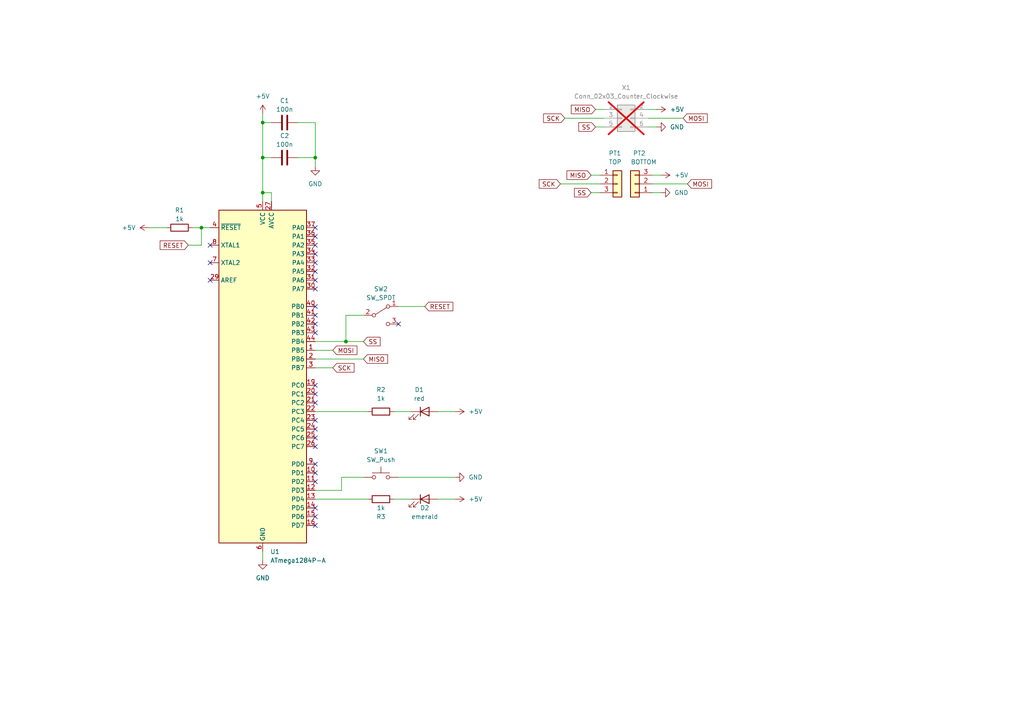
<source format=kicad_sch>
(kicad_sch (version 20230121) (generator eeschema)
  (paper "A4")
  (title_block (title "ISPnub-Stick") (rev "1.0 (ISPnub 1.1)"))
  (lib_symbols
    (symbol "Connector_Generic:Conn_01x03" (pin_names (offset 1.016) hide)
      (property "Reference" "J" (at 0 5.08 0))
      (property "Value" "Conn_01x03" (at 0 -5.08 0))
      (symbol "Conn_01x03_1_1"
        (rectangle (start -1.27 -2.413) (end 0 -2.667) (stroke (width 0.1524)))
        (rectangle (start -1.27 0.127) (end 0 -0.127) (stroke (width 0.1524)))
        (rectangle (start -1.27 2.667) (end 0 2.413) (stroke (width 0.1524)))
        (rectangle (start -1.27 3.81) (end 1.27 -3.81) (stroke (width 0.254)) (fill (type background)))
        (pin passive line (at -5.08 2.54 0) (length 3.81) (name "Pin_1") (number "1"))
        (pin passive line (at -5.08 0 0) (length 3.81) (name "Pin_2") (number "2"))
        (pin passive line (at -5.08 -2.54 0) (length 3.81) (name "Pin_3") (number "3"))
      )
    )
    (symbol "Connector_Generic:Conn_02x03_Odd_Even" (pin_names (offset 1.016) hide)
      (property "Reference" "J" (at 1.27 5.08 0))
      (property "Value" "Conn_02x03_Odd_Even" (at 1.27 -5.08 0))
      (symbol "Conn_02x03_Odd_Even_1_1"
        (rectangle (start -1.27 -2.413) (end 0 -2.667) (stroke (width 0.1524)))
        (rectangle (start -1.27 0.127) (end 0 -0.127) (stroke (width 0.1524)))
        (rectangle (start -1.27 2.667) (end 0 2.413) (stroke (width 0.1524)))
        (rectangle (start -1.27 3.81) (end 3.81 -3.81) (stroke (width 0.254)) (fill (type background)))
        (rectangle (start 3.81 -2.413) (end 2.54 -2.667) (stroke (width 0.1524)))
        (rectangle (start 3.81 0.127) (end 2.54 -0.127) (stroke (width 0.1524)))
        (rectangle (start 3.81 2.667) (end 2.54 2.413) (stroke (width 0.1524)))
        (pin passive line (at -5.08 2.54 0) (length 3.81) (name "Pin_1") (number "1"))
        (pin passive line (at 7.62 2.54 180) (length 3.81) (name "Pin_2") (number "2"))
        (pin passive line (at -5.08 0 0) (length 3.81) (name "Pin_3") (number "3"))
        (pin passive line (at 7.62 0 180) (length 3.81) (name "Pin_4") (number "4"))
        (pin passive line (at -5.08 -2.54 0) (length 3.81) (name "Pin_5") (number "5"))
        (pin passive line (at 7.62 -2.54 180) (length 3.81) (name "Pin_6") (number "6"))
      )
    )
    (symbol "Device:C" (pin_numbers hide) (pin_names (offset 0.254))
      (property "Reference" "C" (at 0.635 2.54 0))
      (property "Value" "C" (at 0.635 -2.54 0))
      (symbol "C_0_1"
        (polyline (pts (xy -2.032 -0.762) (xy 2.032 -0.762)) (stroke (width 0.508)))
        (polyline (pts (xy -2.032 0.762) (xy 2.032 0.762)) (stroke (width 0.508)))
      )
      (symbol "C_1_1"
        (pin passive line (at 0 3.81 270) (length 2.794) (name "~") (number "1"))
        (pin passive line (at 0 -3.81 90) (length 2.794) (name "~") (number "2"))
      )
    )
    (symbol "Device:LED" (pin_numbers hide) (pin_names (offset 1.016) hide)
      (property "Reference" "D" (at 0 2.54 0))
      (property "Value" "LED" (at 0 -2.54 0))
      (symbol "LED_0_1"
        (polyline (pts (xy -1.27 -1.27) (xy -1.27 1.27)) (stroke (width 0.254)))
        (polyline (pts (xy -1.27 0) (xy 1.27 0)))
        (polyline (pts (xy 1.27 -1.27) (xy 1.27 1.27) (xy -1.27 0) (xy 1.27 -1.27)) (stroke (width 0.254)))
        (polyline (pts (xy -3.048 -0.762) (xy -4.572 -2.286) (xy -3.81 -2.286) (xy -4.572 -2.286) (xy -4.572 -1.524)))
        (polyline (pts (xy -1.778 -0.762) (xy -3.302 -2.286) (xy -2.54 -2.286) (xy -3.302 -2.286) (xy -3.302 -1.524)))
      )
      (symbol "LED_1_1"
        (pin passive line (at -3.81 0 0) (length 2.54) (name "K") (number "1"))
        (pin passive line (at 3.81 0 180) (length 2.54) (name "A") (number "2"))
      )
    )
    (symbol "Device:R" (pin_numbers hide) (pin_names (offset 0))
      (property "Reference" "R" (at 2.032 0 90))
      (property "Value" "R" (at 0 0 90))
      (symbol "R_0_1"
        (rectangle (start -1.016 -2.54) (end 1.016 2.54) (stroke (width 0.254)))
      )
      (symbol "R_1_1"
        (pin passive line (at 0 3.81 270) (length 1.27) (name "~") (number "1"))
        (pin passive line (at 0 -3.81 90) (length 1.27) (name "~") (number "2"))
      )
    )
    (symbol "MCU_Microchip_ATmega:ATmega1284P-A"
      (property "Reference" "U" (at -12.7 49.53 0))
      (property "Value" "ATmega1284P-A" (at 2.54 -49.53 0))
      (symbol "ATmega1284P-A_0_1"
        (rectangle (start -12.7 -48.26) (end 12.7 48.26) (stroke (width 0.254)) (fill (type background)))
      )
      (symbol "ATmega1284P-A_1_1"
        (pin bidirectional line (at 15.24 7.62 180) (length 2.54) (name "PB5") (number "1"))
        (pin bidirectional line (at 15.24 -27.94 180) (length 2.54) (name "PD1") (number "10"))
        (pin bidirectional line (at 15.24 -30.48 180) (length 2.54) (name "PD2") (number "11"))
        (pin bidirectional line (at 15.24 -33.02 180) (length 2.54) (name "PD3") (number "12"))
        (pin bidirectional line (at 15.24 -35.56 180) (length 2.54) (name "PD4") (number "13"))
        (pin bidirectional line (at 15.24 -38.1 180) (length 2.54) (name "PD5") (number "14"))
        (pin bidirectional line (at 15.24 -40.64 180) (length 2.54) (name "PD6") (number "15"))
        (pin bidirectional line (at 15.24 -43.18 180) (length 2.54) (name "PD7") (number "16"))
        (pin passive line (at 0 50.8 270) (length 2.54) hide (name "VCC") (number "17"))
        (pin passive line (at 0 -50.8 90) (length 2.54) hide (name "GND") (number "18"))
        (pin bidirectional line (at 15.24 -2.54 180) (length 2.54) (name "PC0") (number "19"))
        (pin bidirectional line (at 15.24 5.08 180) (length 2.54) (name "PB6") (number "2"))
        (pin bidirectional line (at 15.24 -5.08 180) (length 2.54) (name "PC1") (number "20"))
        (pin bidirectional line (at 15.24 -7.62 180) (length 2.54) (name "PC2") (number "21"))
        (pin bidirectional line (at 15.24 -10.16 180) (length 2.54) (name "PC3") (number "22"))
        (pin bidirectional line (at 15.24 -12.7 180) (length 2.54) (name "PC4") (number "23"))
        (pin bidirectional line (at 15.24 -15.24 180) (length 2.54) (name "PC5") (number "24"))
        (pin bidirectional line (at 15.24 -17.78 180) (length 2.54) (name "PC6") (number "25"))
        (pin bidirectional line (at 15.24 -20.32 180) (length 2.54) (name "PC7") (number "26"))
        (pin power_in line (at 2.54 50.8 270) (length 2.54) (name "AVCC") (number "27"))
        (pin passive line (at 0 -50.8 90) (length 2.54) hide (name "GND") (number "28"))
        (pin passive line (at -15.24 27.94 0) (length 2.54) (name "AREF") (number "29"))
        (pin bidirectional line (at 15.24 2.54 180) (length 2.54) (name "PB7") (number "3"))
        (pin bidirectional line (at 15.24 25.4 180) (length 2.54) (name "PA7") (number "30"))
        (pin bidirectional line (at 15.24 27.94 180) (length 2.54) (name "PA6") (number "31"))
        (pin bidirectional line (at 15.24 30.48 180) (length 2.54) (name "PA5") (number "32"))
        (pin bidirectional line (at 15.24 33.02 180) (length 2.54) (name "PA4") (number "33"))
        (pin bidirectional line (at 15.24 35.56 180) (length 2.54) (name "PA3") (number "34"))
        (pin bidirectional line (at 15.24 38.1 180) (length 2.54) (name "PA2") (number "35"))
        (pin bidirectional line (at 15.24 40.64 180) (length 2.54) (name "PA1") (number "36"))
        (pin bidirectional line (at 15.24 43.18 180) (length 2.54) (name "PA0") (number "37"))
        (pin passive line (at 0 50.8 270) (length 2.54) hide (name "VCC") (number "38"))
        (pin passive line (at 0 -50.8 90) (length 2.54) hide (name "GND") (number "39"))
        (pin input line (at -15.24 43.18 0) (length 2.54) (name "~{RESET}") (number "4"))
        (pin bidirectional line (at 15.24 20.32 180) (length 2.54) (name "PB0") (number "40"))
        (pin bidirectional line (at 15.24 17.78 180) (length 2.54) (name "PB1") (number "41"))
        (pin bidirectional line (at 15.24 15.24 180) (length 2.54) (name "PB2") (number "42"))
        (pin bidirectional line (at 15.24 12.7 180) (length 2.54) (name "PB3") (number "43"))
        (pin bidirectional line (at 15.24 10.16 180) (length 2.54) (name "PB4") (number "44"))
        (pin power_in line (at 0 50.8 270) (length 2.54) (name "VCC") (number "5"))
        (pin power_in line (at 0 -50.8 90) (length 2.54) (name "GND") (number "6"))
        (pin output line (at -15.24 33.02 0) (length 2.54) (name "XTAL2") (number "7"))
        (pin input line (at -15.24 38.1 0) (length 2.54) (name "XTAL1") (number "8"))
        (pin bidirectional line (at 15.24 -25.4 180) (length 2.54) (name "PD0") (number "9"))
      )
    )
    (symbol "Switch:SW_Push" (pin_numbers hide) (pin_names (offset 1.016) hide)
      (property "Reference" "SW" (at 1.27 2.54 0))
      (property "Value" "SW_Push" (at 0 -1.524 0))
      (symbol "SW_Push_0_1"
        (circle (center -2.032 0) (radius 0.508))
        (polyline (pts (xy 0 1.27) (xy 0 3.048)))
        (polyline (pts (xy 2.54 1.27) (xy -2.54 1.27)))
        (circle (center 2.032 0) (radius 0.508))
        (pin passive line (at -5.08 0 0) (length 2.54) (name "1") (number "1"))
        (pin passive line (at 5.08 0 180) (length 2.54) (name "2") (number "2"))
      )
    )
    (symbol "Switch:SW_SPDT" (pin_names (offset 0) hide)
      (property "Reference" "SW" (at 0 4.318 0))
      (property "Value" "SW_SPDT" (at 0 -5.08 0))
      (symbol "SW_SPDT_0_0"
        (circle (center -2.032 0) (radius 0.508))
        (circle (center 2.032 -2.54) (radius 0.508))
      )
      (symbol "SW_SPDT_0_1"
        (polyline (pts (xy -1.524 0.254) (xy 1.651 2.286)))
        (circle (center 2.032 2.54) (radius 0.508))
      )
      (symbol "SW_SPDT_1_1"
        (pin passive line (at 5.08 2.54 180) (length 2.54) (name "A") (number "1"))
        (pin passive line (at -5.08 0 0) (length 2.54) (name "B") (number "2"))
        (pin passive line (at 5.08 -2.54 180) (length 2.54) (name "C") (number "3"))
      )
    )
    (symbol "power:+5V" (power) (pin_names (offset 0))
      (property "Value" "+5V" (at 0 3.556 0))
      (symbol "+5V_0_1"
        (polyline (pts (xy -0.762 1.27) (xy 0 2.54)))
        (polyline (pts (xy 0 0) (xy 0 2.54)))
        (polyline (pts (xy 0 2.54) (xy 0.762 1.27)))
      )
      (symbol "+5V_1_1"
        (pin power_in line (at 0 0 90) (length 0) hide (name "+5V") (number "1"))
      )
    )
    (symbol "power:GND" (power) (pin_names (offset 0))
      (property "Value" "GND" (at 0 -3.81 0))
      (symbol "GND_0_1"
        (polyline (pts (xy 0 0) (xy 0 -1.27) (xy 1.27 -1.27) (xy 0 -2.54) (xy -1.27 -1.27) (xy 0 -1.27)))
      )
      (symbol "GND_1_1"
        (pin power_in line (at 0 0 270) (length 0) hide (name "GND") (number "1"))
      )
    )
  )
  (junction (at 76.2 35.56))
  (junction (at 91.44 45.72))
  (junction (at 76.2 45.72))
  (junction (at 58.42 66.04))
  (junction (at 76.2 55.88))
  (junction (at 100.33 99.06))
  (no_connect (at 91.44 73.66))
  (no_connect (at 91.44 111.76))
  (no_connect (at 91.44 137.16))
  (no_connect (at 91.44 83.82))
  (no_connect (at 91.44 76.2))
  (no_connect (at 91.44 81.28))
  (no_connect (at 91.44 147.32))
  (no_connect (at 91.44 124.46))
  (no_connect (at 91.44 71.12))
  (no_connect (at 91.44 96.52))
  (no_connect (at 91.44 68.58))
  (no_connect (at 91.44 88.9))
  (no_connect (at 91.44 114.3))
  (no_connect (at 115.57 93.98))
  (no_connect (at 91.44 121.92))
  (no_connect (at 91.44 134.62))
  (no_connect (at 91.44 93.98))
  (no_connect (at 60.96 71.12))
  (no_connect (at 91.44 66.04))
  (no_connect (at 91.44 149.86))
  (no_connect (at 91.44 129.54))
  (no_connect (at 91.44 139.7))
  (no_connect (at 60.96 76.2))
  (no_connect (at 91.44 152.4))
  (no_connect (at 91.44 116.84))
  (no_connect (at 91.44 91.44))
  (no_connect (at 60.96 81.28))
  (no_connect (at 91.44 127))
  (no_connect (at 91.44 78.74))
  (wire (pts (xy 76.2 55.88) (xy 76.2 58.42)))
  (wire (pts (xy 189.23 55.88) (xy 191.77 55.88)))
  (wire (pts (xy 91.44 48.26) (xy 91.44 45.72)))
  (wire (pts (xy 91.44 119.38) (xy 106.68 119.38)))
  (wire (pts (xy 99.06 138.43) (xy 105.41 138.43)))
  (wire (pts (xy 127 119.38) (xy 132.08 119.38)))
  (wire (pts (xy 163.83 34.29) (xy 175.26 34.29)))
  (wire (pts (xy 189.23 50.8) (xy 191.77 50.8)))
  (wire (pts (xy 78.74 55.88) (xy 76.2 55.88)))
  (wire (pts (xy 187.96 36.83) (xy 190.5 36.83)))
  (wire (pts (xy 55.88 66.04) (xy 58.42 66.04)))
  (wire (pts (xy 76.2 35.56) (xy 76.2 45.72)))
  (wire (pts (xy 91.44 101.6) (xy 96.52 101.6)))
  (wire (pts (xy 76.2 45.72) (xy 76.2 55.88)))
  (wire (pts (xy 189.23 53.34) (xy 199.39 53.34)))
  (wire (pts (xy 172.72 36.83) (xy 175.26 36.83)))
  (wire (pts (xy 86.36 35.56) (xy 91.44 35.56)))
  (wire (pts (xy 187.96 34.29) (xy 198.12 34.29)))
  (wire (pts (xy 100.33 91.44) (xy 105.41 91.44)))
  (wire (pts (xy 115.57 138.43) (xy 132.08 138.43)))
  (wire (pts (xy 76.2 33.02) (xy 76.2 35.56)))
  (wire (pts (xy 171.45 50.8) (xy 173.99 50.8)))
  (wire (pts (xy 76.2 160.02) (xy 76.2 162.56)))
  (wire (pts (xy 100.33 99.06) (xy 100.33 91.44)))
  (wire (pts (xy 58.42 66.04) (xy 60.96 66.04)))
  (wire (pts (xy 91.44 104.14) (xy 105.41 104.14)))
  (wire (pts (xy 76.2 35.56) (xy 78.74 35.56)))
  (wire (pts (xy 91.44 142.24) (xy 99.06 142.24)))
  (wire (pts (xy 99.06 142.24) (xy 99.06 138.43)))
  (wire (pts (xy 171.45 55.88) (xy 173.99 55.88)))
  (wire (pts (xy 91.44 35.56) (xy 91.44 45.72)))
  (wire (pts (xy 162.56 53.34) (xy 173.99 53.34)))
  (wire (pts (xy 91.44 144.78) (xy 106.68 144.78)))
  (wire (pts (xy 127 144.78) (xy 132.08 144.78)))
  (wire (pts (xy 115.57 88.9) (xy 123.19 88.9)))
  (wire (pts (xy 58.42 71.12) (xy 58.42 66.04)))
  (wire (pts (xy 91.44 106.68) (xy 96.52 106.68)))
  (wire (pts (xy 76.2 45.72) (xy 78.74 45.72)))
  (wire (pts (xy 54.61 71.12) (xy 58.42 71.12)))
  (wire (pts (xy 172.72 31.75) (xy 175.26 31.75)))
  (wire (pts (xy 91.44 99.06) (xy 100.33 99.06)))
  (wire (pts (xy 43.18 66.04) (xy 48.26 66.04)))
  (wire (pts (xy 187.96 31.75) (xy 190.5 31.75)))
  (wire (pts (xy 114.3 144.78) (xy 119.38 144.78)))
  (wire (pts (xy 100.33 99.06) (xy 105.41 99.06)))
  (wire (pts (xy 91.44 45.72) (xy 86.36 45.72)))
  (wire (pts (xy 114.3 119.38) (xy 119.38 119.38)))
  (wire (pts (xy 78.74 58.42) (xy 78.74 55.88)))
  (global_label "SS" (shape input) (at 172.72 36.83 180) (property "Intersheetrefs" "${INTERSHEET_REFS}" (effects hide)))
  (global_label "MISO" (shape input) (at 171.45 50.8 180) (property "Intersheetrefs" "${INTERSHEET_REFS}" (effects hide)))
  (global_label "SS" (shape input) (at 171.45 55.88 180) (property "Intersheetrefs" "${INTERSHEET_REFS}" (effects hide)))
  (global_label "MISO" (shape input) (at 172.72 31.75 180) (property "Intersheetrefs" "${INTERSHEET_REFS}" (effects hide)))
  (global_label "SS" (shape input) (at 105.41 99.06 0) (property "Intersheetrefs" "${INTERSHEET_REFS}" (effects hide)))
  (global_label "SCK" (shape input) (at 163.83 34.29 180) (property "Intersheetrefs" "${INTERSHEET_REFS}" (effects hide)))
  (global_label "SCK" (shape input) (at 162.56 53.34 180) (property "Intersheetrefs" "${INTERSHEET_REFS}" (effects hide)))
  (global_label "RESET" (shape input) (at 123.19 88.9 0) (property "Intersheetrefs" "${INTERSHEET_REFS}" (effects hide)))
  (global_label "MOSI" (shape input) (at 199.39 53.34 0) (property "Intersheetrefs" "${INTERSHEET_REFS}" (effects hide)))
  (global_label "MOSI" (shape input) (at 96.52 101.6 0) (property "Intersheetrefs" "${INTERSHEET_REFS}" (effects hide)))
  (global_label "MOSI" (shape input) (at 198.12 34.29 0) (property "Intersheetrefs" "${INTERSHEET_REFS}" (effects hide)))
  (global_label "RESET" (shape input) (at 54.61 71.12 180) (property "Intersheetrefs" "${INTERSHEET_REFS}" (effects hide)))
  (global_label "MISO" (shape input) (at 105.41 104.14 0) (property "Intersheetrefs" "${INTERSHEET_REFS}" (effects hide)))
  (global_label "SCK" (shape input) (at 96.52 106.68 0) (property "Intersheetrefs" "${INTERSHEET_REFS}" (effects hide)))
  (symbol (lib_id "Connector_Generic:Conn_02x03_Odd_Even") (at 180.34 34.29 0) (unit 1) (in_bom no) (dnp yes)
    (property "Reference" "X1" (at 181.61 25.4 0))
    (property "Value" "Conn_02x03_Counter_Clockwise" (at 181.61 27.94 0))
    (property "Footprint" "Connector_IDC:IDC-Header_2x03_P2.54mm_Vertical" (effects hide))
    (property "JLCPCB Rotation Offset" "-90" (effects hide))
    (property "JLCPCB Position Offset" "2.54,1.27" (effects hide))
  )
  (symbol (lib_id "Device:R") (at 52.07 66.04 90) (unit 1)
    (property "Reference" "R1" (at 52.07 60.96 90))
    (property "Value" "1k" (at 52.07 63.5 90))
    (property "Footprint" "Resistor_SMD:R_0603_1608Metric" (effects hide))
  )
  (symbol (lib_id "Switch:SW_SPDT") (at 110.49 91.44 0) (unit 1)
    (property "Reference" "SW2" (at 110.49 83.82 0))
    (property "Value" "SW_SPDT" (at 110.49 86.36 0))
    (property "Footprint" "ALITECS:SS-12D02-VG5" (effects hide))
    (property "JLCPCB Part #" "C2998802" (effects hide))
  )
  (symbol (lib_id "power:GND") (at 190.5 36.83 90) (unit 1)
    (property "Reference" "#PWR09" (effects hide))
    (property "Value" "GND" (at 194.31 36.83 90) (effects (justify right)))
  )
  (symbol (lib_id "power:+5V") (at 43.18 66.04 90) (unit 1)
    (property "Reference" "#PWR06" (effects hide))
    (property "Value" "+5V" (at 39.37 66.04 90) (effects (justify left)))
  )
  (symbol (lib_id "Device:R") (at 110.49 144.78 270) (unit 1)
    (property "Reference" "R3" (at 110.49 149.86 90))
    (property "Value" "1k" (at 110.49 147.32 90))
    (property "Footprint" "Resistor_SMD:R_0603_1608Metric" (effects hide))
  )
  (symbol (lib_id "power:+5V") (at 76.2 33.02 0) (unit 1)
    (property "Reference" "#PWR04" (effects hide))
    (property "Value" "+5V" (at 76.2 27.94 0))
  )
  (symbol (lib_id "Device:C") (at 82.55 45.72 270) (unit 1)
    (property "Reference" "C2" (at 82.55 39.37 90))
    (property "Value" "100n" (at 82.55 41.91 90))
    (property "Footprint" "Capacitor_SMD:C_0603_1608Metric" (effects hide))
  )
  (symbol (lib_id "power:+5V") (at 132.08 119.38 270) (unit 1)
    (property "Reference" "#PWR01" (effects hide))
    (property "Value" "+5V" (at 135.89 119.38 90) (effects (justify left)))
  )
  (symbol (lib_id "power:+5V") (at 190.5 31.75 270) (unit 1)
    (property "Reference" "#PWR08" (effects hide))
    (property "Value" "+5V" (at 194.31 31.75 90) (effects (justify left)))
  )
  (symbol (lib_id "power:+5V") (at 132.08 144.78 270) (unit 1)
    (property "Reference" "#PWR02" (effects hide))
    (property "Value" "+5V" (at 135.89 144.78 90) (effects (justify left)))
  )
  (symbol (lib_id "power:GND") (at 132.08 138.43 90) (unit 1)
    (property "Reference" "#PWR07" (effects hide))
    (property "Value" "GND" (at 135.89 138.43 90) (effects (justify right)))
  )
  (symbol (lib_id "power:GND") (at 91.44 48.26 0) (unit 1)
    (property "Reference" "#PWR05" (effects hide))
    (property "Value" "GND" (at 91.44 53.34 0))
  )
  (symbol (lib_id "Switch:SW_Push") (at 110.49 138.43 0) (unit 1)
    (property "Reference" "SW1" (at 110.49 130.81 0))
    (property "Value" "SW_Push" (at 110.49 133.35 0))
    (property "Footprint" "ALITECS:TS-1187A-B-A-B" (effects hide))
    (property "JLCPCB Part #" "C318884" (effects hide))
  )
  (symbol (lib_id "Device:R") (at 110.49 119.38 270) (unit 1)
    (property "Reference" "R2" (at 110.49 113.03 90))
    (property "Value" "1k" (at 110.49 115.57 90))
    (property "Footprint" "Resistor_SMD:R_0603_1608Metric" (effects hide))
  )
  (symbol (lib_id "power:GND") (at 191.77 55.88 90) (unit 1)
    (property "Reference" "#PWR011" (effects hide))
    (property "Value" "GND" (at 195.58 55.88 90) (effects (justify right)))
  )
  (symbol (lib_id "MCU_Microchip_ATmega:ATmega1284P-A") (at 76.2 109.22 0) (unit 1)
    (property "Reference" "U1" (at 78.3941 160.02 0) (effects (justify left)))
    (property "Value" "ATmega1284P-A" (at 78.3941 162.56 0) (effects (justify left)))
    (property "Footprint" "Package_QFP:TQFP-44_10x10mm_P0.8mm" (effects hide))
    (property "Datasheet" "http://ww1.microchip.com/downloads/en/DeviceDoc/Atmel-8272-8-bit-AVR-microcontroller-ATmega164A_PA-324A_PA-644A_PA-1284_P_datasheet.pdf" (effects hide))
    (property "JLCPCB Rotation Offset" "-90" (effects hide))
  )
  (symbol (lib_id "Device:C") (at 82.55 35.56 270) (unit 1)
    (property "Reference" "C1" (at 82.55 29.21 90))
    (property "Value" "100n" (at 82.55 31.75 90))
    (property "Footprint" "Capacitor_SMD:C_0603_1608Metric" (effects hide))
  )
  (symbol (lib_id "power:GND") (at 76.2 162.56 0) (unit 1)
    (property "Reference" "#PWR03" (effects hide))
    (property "Value" "GND" (at 76.2 167.64 0))
  )
  (symbol (lib_id "Connector_Generic:Conn_01x03") (at 184.15 53.34 180) (unit 1) (in_bom no)
    (property "Reference" "PT2" (at 185.42 44.45 0))
    (property "Value" "BOTTOM" (at 186.69 46.99 0))
    (property "Footprint" "ALITECS:Edge_x3" (effects hide))
  )
  (symbol (lib_id "Device:LED") (at 123.19 144.78 0) (unit 1)
    (property "Reference" "D2" (at 123.19 147.32 0))
    (property "Value" "emerald" (at 123.19 149.86 0))
    (property "Footprint" "LED_SMD:LED_0805_2012Metric" (effects hide))
    (property "JLCPCB Part #" "C2297" (effects hide))
  )
  (symbol (lib_id "power:+5V") (at 191.77 50.8 270) (unit 1)
    (property "Reference" "#PWR010" (effects hide))
    (property "Value" "+5V" (at 195.58 50.8 90) (effects (justify left)))
  )
  (symbol (lib_id "Device:LED") (at 123.19 119.38 0) (unit 1)
    (property "Reference" "D1" (at 121.6025 113.03 0))
    (property "Value" "red" (at 121.6025 115.57 0))
    (property "Footprint" "LED_SMD:LED_0805_2012Metric" (effects hide))
    (property "JLCPCB Part #" "C84256" (effects hide))
  )
  (symbol (lib_id "Connector_Generic:Conn_01x03") (at 179.07 53.34 0) (unit 1) (in_bom no)
    (property "Reference" "PT1" (at 176.53 44.45 0) (effects (justify left)))
    (property "Value" "TOP" (at 176.53 46.99 0) (effects (justify left)))
    (property "Footprint" "ALITECS:Edge_x3" (effects hide))
  )
)
</source>
